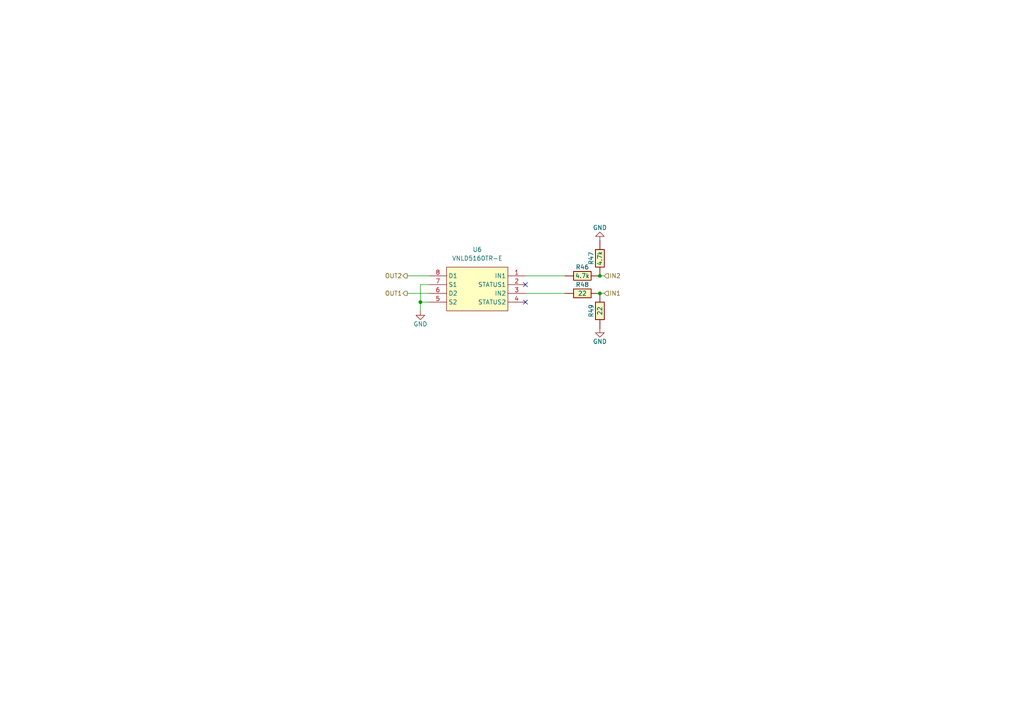
<source format=kicad_sch>
(kicad_sch (version 20231120) (generator "eeschema") (generator_version "8.0")
  (paper "A4")
  (lib_symbols
    (symbol "chips:VNLD5160"
      (property "Reference" "U" (at 6.35 3.81 0))
      (property "Value" "VNLD5160TR-E" (at 12.7 -11.43 0))
      (symbol "VNLD5160_1_1"
        (rectangle (start 5.08 2.54) (end 22.86 -10.16) (fill (type background)))
        (pin input line (at 0 0 0) (length 5.08) (name "IN1") (number "1"))
        (pin open_collector line (at 0 -2.54 0) (length 5.08) (name "STATUS1") (number "2"))
        (pin input line (at 0 -5.08 0) (length 5.08) (name "IN2") (number "3"))
        (pin open_collector line (at 0 -7.62 0) (length 5.08) (name "STATUS2") (number "4"))
        (pin power_in line (at 27.94 -7.62 180) (length 5.08) (name "S2") (number "5"))
        (pin power_out line (at 27.94 -5.08 180) (length 5.08) (name "D2") (number "6"))
        (pin power_in line (at 27.94 -2.54 180) (length 5.08) (name "S1") (number "7"))
        (pin power_out line (at 27.94 0 180) (length 5.08) (name "D1") (number "8"))
      )
    )
    (symbol "hellen-one-common:Res" (pin_numbers hide)
      (property "Reference" "R" (at 3.81 2.54 0))
      (property "Value" "Res" (at 5.08 -2.54 0))
      (symbol "Res_1_0"
        (rectangle (start 2.54 -1.27) (end 7.62 1.27) (stroke (width 0.254)) (fill (type background)))
        (pin passive line (at 0 0 0) (length 2.54) (name "") (number "1"))
        (pin passive line (at 10.16 0 180) (length 2.54) (name "") (number "2"))
      )
    )
    (symbol "power:GND" (power) (pin_numbers hide) (pin_names (offset 0) hide)
      (property "Value" "GND" (at 0 -3.81 0))
      (symbol "GND_0_1"
        (polyline (pts (xy 0 0) (xy 0 -1.27) (xy 1.27 -1.27) (xy 0 -2.54) (xy -1.27 -1.27) (xy 0 -1.27)))
      )
      (symbol "GND_1_1"
        (pin power_in line (at 0 0 270) (length 0) (name "~") (number "1"))
      )
    )
  )
  (junction (at 173.99 80.01))
  (junction (at 121.92 87.63))
  (junction (at 173.99 85.09))
  (no_connect (at 152.4 87.63))
  (no_connect (at 152.4 82.55))
  (wire (pts (xy 173.99 80.01) (xy 175.26 80.01)))
  (wire (pts (xy 121.92 87.63) (xy 124.46 87.63)))
  (wire (pts (xy 121.92 82.55) (xy 124.46 82.55)))
  (wire (pts (xy 152.4 80.01) (xy 163.83 80.01)))
  (wire (pts (xy 152.4 85.09) (xy 163.83 85.09)))
  (wire (pts (xy 118.11 85.09) (xy 124.46 85.09)))
  (wire (pts (xy 118.11 80.01) (xy 124.46 80.01)))
  (wire (pts (xy 121.92 87.63) (xy 121.92 82.55)))
  (wire (pts (xy 121.92 90.17) (xy 121.92 87.63)))
  (wire (pts (xy 173.99 85.09) (xy 175.26 85.09)))
  (hierarchical_label "IN2" (shape input) (at 175.26 80.01 0))
  (hierarchical_label "IN1" (shape input) (at 175.26 85.09 0))
  (hierarchical_label "OUT2" (shape output) (at 118.11 80.01 180))
  (hierarchical_label "OUT1" (shape output) (at 118.11 85.09 180))
  (symbol (lib_id "hellen-one-common:Res") (at 173.99 85.09 0) (mirror y) (unit 1)
    (property "Reference" "R48" (at 168.91 82.55 0))
    (property "Value" "22" (at 168.91 85.09 0))
    (property "Footprint" "hellen-one-common:R0603" (effects (hide yes)))
    (property "LCSC" "C23345" (effects (hide yes)))
  )
  (symbol (lib_id "power:GND") (at 173.99 95.25 0) (unit 1)
    (property "Reference" "#PWR0123" (effects (hide yes)))
    (property "Value" "GND" (at 173.99 99.06 0))
    (property "Description" "Power symbol creates a global label with name \"GND\" , ground" (effects (hide yes)))
  )
  (symbol (lib_id "hellen-one-common:Res") (at 173.99 80.01 0) (mirror y) (unit 1)
    (property "Reference" "R46" (at 168.91 77.47 0))
    (property "Value" "4.7k" (at 168.91 80.01 0))
    (property "Footprint" "hellen-one-common:R0603" (effects (hide yes)))
    (property "LCSC" "C21189" (effects (hide yes)))
  )
  (symbol (lib_id "chips:VNLD5160") (at 152.4 80.01 0) (mirror y) (unit 1)
    (property "Reference" "U6" (at 138.43 72.39 0))
    (property "Value" "VNLD5160TR-E" (at 138.43 74.93 0))
    (property "Footprint" "Package_SO:SOIC-8_3.9x4.9mm_P1.27mm" (effects (hide yes)))
    (property "LCSC" "C377942" (effects (hide yes)))
  )
  (symbol (lib_id "power:GND") (at 173.99 69.85 0) (mirror x) (unit 1)
    (property "Reference" "#PWR0122" (effects (hide yes)))
    (property "Value" "GND" (at 173.99 66.04 0))
    (property "Description" "Power symbol creates a global label with name \"GND\" , ground" (effects (hide yes)))
  )
  (symbol (lib_id "hellen-one-common:Res") (at 173.99 80.01 90) (unit 1)
    (property "Reference" "R47" (at 171.45 74.93 0))
    (property "Value" "4.7k" (at 173.99 74.93 0))
    (property "Footprint" "hellen-one-common:R0603" (effects (hide yes)))
    (property "LCSC" "C23162" (effects (hide yes)))
  )
  (symbol (lib_id "power:GND") (at 121.92 90.17 0) (mirror y) (unit 1)
    (property "Reference" "#PWR0124" (effects (hide yes)))
    (property "Value" "GND" (at 121.92 93.98 0))
    (property "Description" "Power symbol creates a global label with name \"GND\" , ground" (effects (hide yes)))
  )
  (symbol (lib_id "hellen-one-common:Res") (at 173.99 85.09 90) (mirror x) (unit 1)
    (property "Reference" "R49" (at 171.45 90.17 0))
    (property "Value" "22" (at 173.99 90.17 0))
    (property "Footprint" "hellen-one-common:R0603" (effects (hide yes)))
    (property "LCSC" "C23345" (effects (hide yes)))
  )
)
</source>
